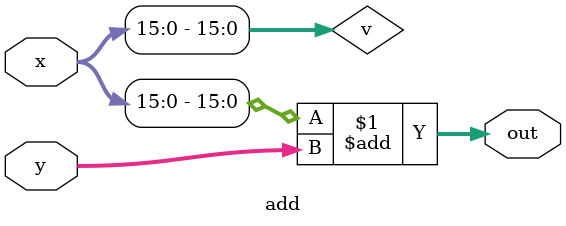
<source format=sv>
module add(input wire [31:0] x, input wire [31:0] y, output wire [31:0] out);
   wire [15:0] v;
   assign v = x;
   assign out = v + y;
endmodule // add

</source>
